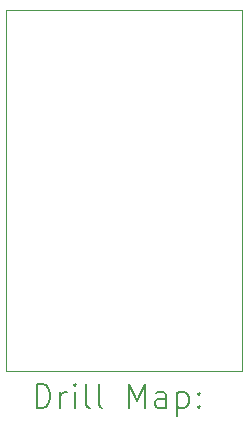
<source format=gbr>
%TF.GenerationSoftware,KiCad,Pcbnew,8.0.4*%
%TF.CreationDate,2024-11-22T23:05:50-05:00*%
%TF.ProjectId,usb_to_uart_ft232rl,7573625f-746f-45f7-9561-72745f667432,rev?*%
%TF.SameCoordinates,Original*%
%TF.FileFunction,Drillmap*%
%TF.FilePolarity,Positive*%
%FSLAX45Y45*%
G04 Gerber Fmt 4.5, Leading zero omitted, Abs format (unit mm)*
G04 Created by KiCad (PCBNEW 8.0.4) date 2024-11-22 23:05:50*
%MOMM*%
%LPD*%
G01*
G04 APERTURE LIST*
%ADD10C,0.050000*%
%ADD11C,0.200000*%
G04 APERTURE END LIST*
D10*
X9800000Y-3737500D02*
X11800000Y-3737500D01*
X11800000Y-6787500D01*
X9800000Y-6787500D01*
X9800000Y-3737500D01*
D11*
X10058277Y-7101484D02*
X10058277Y-6901484D01*
X10058277Y-6901484D02*
X10105896Y-6901484D01*
X10105896Y-6901484D02*
X10134467Y-6911008D01*
X10134467Y-6911008D02*
X10153515Y-6930055D01*
X10153515Y-6930055D02*
X10163039Y-6949103D01*
X10163039Y-6949103D02*
X10172563Y-6987198D01*
X10172563Y-6987198D02*
X10172563Y-7015769D01*
X10172563Y-7015769D02*
X10163039Y-7053865D01*
X10163039Y-7053865D02*
X10153515Y-7072912D01*
X10153515Y-7072912D02*
X10134467Y-7091960D01*
X10134467Y-7091960D02*
X10105896Y-7101484D01*
X10105896Y-7101484D02*
X10058277Y-7101484D01*
X10258277Y-7101484D02*
X10258277Y-6968150D01*
X10258277Y-7006246D02*
X10267801Y-6987198D01*
X10267801Y-6987198D02*
X10277324Y-6977674D01*
X10277324Y-6977674D02*
X10296372Y-6968150D01*
X10296372Y-6968150D02*
X10315420Y-6968150D01*
X10382086Y-7101484D02*
X10382086Y-6968150D01*
X10382086Y-6901484D02*
X10372563Y-6911008D01*
X10372563Y-6911008D02*
X10382086Y-6920531D01*
X10382086Y-6920531D02*
X10391610Y-6911008D01*
X10391610Y-6911008D02*
X10382086Y-6901484D01*
X10382086Y-6901484D02*
X10382086Y-6920531D01*
X10505896Y-7101484D02*
X10486848Y-7091960D01*
X10486848Y-7091960D02*
X10477324Y-7072912D01*
X10477324Y-7072912D02*
X10477324Y-6901484D01*
X10610658Y-7101484D02*
X10591610Y-7091960D01*
X10591610Y-7091960D02*
X10582086Y-7072912D01*
X10582086Y-7072912D02*
X10582086Y-6901484D01*
X10839229Y-7101484D02*
X10839229Y-6901484D01*
X10839229Y-6901484D02*
X10905896Y-7044341D01*
X10905896Y-7044341D02*
X10972563Y-6901484D01*
X10972563Y-6901484D02*
X10972563Y-7101484D01*
X11153515Y-7101484D02*
X11153515Y-6996722D01*
X11153515Y-6996722D02*
X11143991Y-6977674D01*
X11143991Y-6977674D02*
X11124944Y-6968150D01*
X11124944Y-6968150D02*
X11086848Y-6968150D01*
X11086848Y-6968150D02*
X11067801Y-6977674D01*
X11153515Y-7091960D02*
X11134467Y-7101484D01*
X11134467Y-7101484D02*
X11086848Y-7101484D01*
X11086848Y-7101484D02*
X11067801Y-7091960D01*
X11067801Y-7091960D02*
X11058277Y-7072912D01*
X11058277Y-7072912D02*
X11058277Y-7053865D01*
X11058277Y-7053865D02*
X11067801Y-7034817D01*
X11067801Y-7034817D02*
X11086848Y-7025293D01*
X11086848Y-7025293D02*
X11134467Y-7025293D01*
X11134467Y-7025293D02*
X11153515Y-7015769D01*
X11248753Y-6968150D02*
X11248753Y-7168150D01*
X11248753Y-6977674D02*
X11267801Y-6968150D01*
X11267801Y-6968150D02*
X11305896Y-6968150D01*
X11305896Y-6968150D02*
X11324943Y-6977674D01*
X11324943Y-6977674D02*
X11334467Y-6987198D01*
X11334467Y-6987198D02*
X11343991Y-7006246D01*
X11343991Y-7006246D02*
X11343991Y-7063388D01*
X11343991Y-7063388D02*
X11334467Y-7082436D01*
X11334467Y-7082436D02*
X11324943Y-7091960D01*
X11324943Y-7091960D02*
X11305896Y-7101484D01*
X11305896Y-7101484D02*
X11267801Y-7101484D01*
X11267801Y-7101484D02*
X11248753Y-7091960D01*
X11429705Y-7082436D02*
X11439229Y-7091960D01*
X11439229Y-7091960D02*
X11429705Y-7101484D01*
X11429705Y-7101484D02*
X11420182Y-7091960D01*
X11420182Y-7091960D02*
X11429705Y-7082436D01*
X11429705Y-7082436D02*
X11429705Y-7101484D01*
X11429705Y-6977674D02*
X11439229Y-6987198D01*
X11439229Y-6987198D02*
X11429705Y-6996722D01*
X11429705Y-6996722D02*
X11420182Y-6987198D01*
X11420182Y-6987198D02*
X11429705Y-6977674D01*
X11429705Y-6977674D02*
X11429705Y-6996722D01*
M02*

</source>
